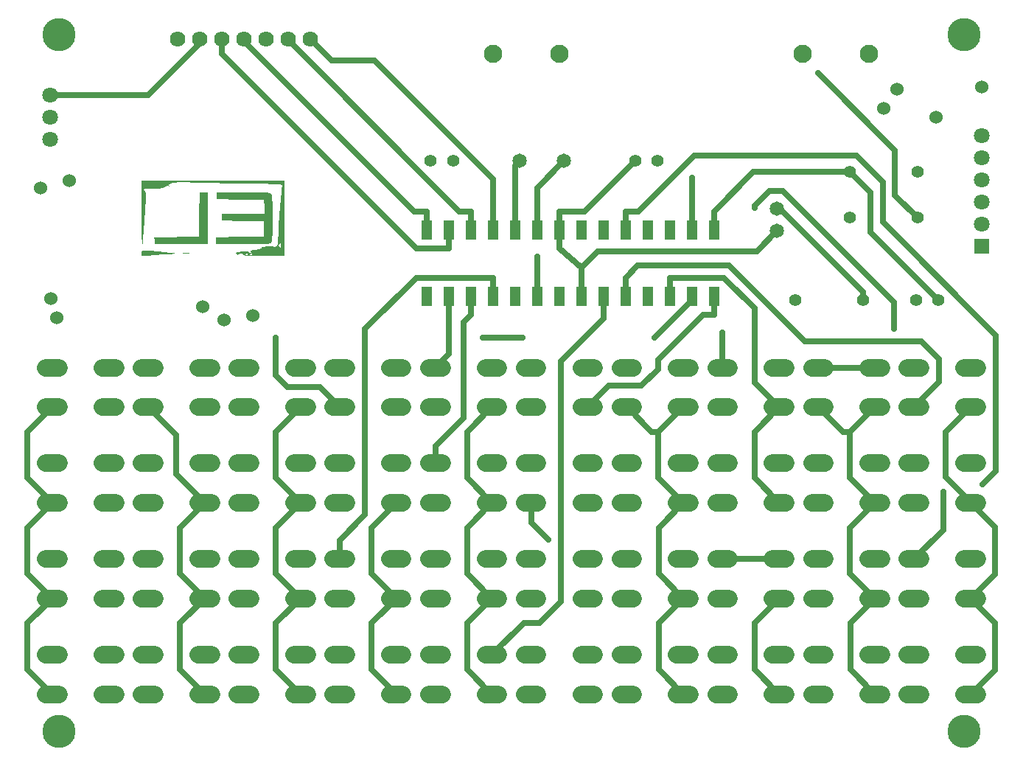
<source format=gbl>
G04 Layer: BottomLayer*
G04 EasyEDA v6.3.53, 2020-06-23T11:31:42+02:00*
G04 9deb55b867614345ac0c6ea2e1a2c697,50b924b206514efda7368a069ed08794,10*
G04 Gerber Generator version 0.2*
G04 Scale: 100 percent, Rotated: No, Reflected: No *
G04 Dimensions in millimeters *
G04 leading zeros omitted , absolute positions ,3 integer and 3 decimal *
%FSLAX33Y33*%
%MOMM*%
G90*
G71D02*

%ADD12C,0.699999*%
%ADD15C,0.610006*%
%ADD16C,3.810000*%
%ADD17C,1.524000*%
%ADD18C,1.780007*%
%ADD19C,1.419860*%
%ADD20C,1.651000*%
%ADD21C,2.100580*%
%ADD22C,1.799996*%
%ADD23R,1.799996X1.799996*%
%ADD24R,1.211580X2.181860*%
%ADD25C,1.999996*%

%LPD*%

%LPD*%
G36*
G01X26599Y65141D02*
G01X22917Y65141D01*
G01X22917Y64331D01*
G01X25617Y64294D01*
G01X28316Y64257D01*
G01X28356Y63476D01*
G01X28397Y62694D01*
G01X23450Y62694D01*
G01X23450Y61885D01*
G01X25884Y61847D01*
G01X28316Y61810D01*
G01X28316Y60044D01*
G01X25550Y60006D01*
G01X22784Y59970D01*
G01X22784Y59160D01*
G01X26690Y59160D01*
G01X26828Y59161D01*
G01X26962Y59161D01*
G01X27089Y59162D01*
G01X27211Y59162D01*
G01X27329Y59163D01*
G01X27441Y59164D01*
G01X27549Y59165D01*
G01X27651Y59166D01*
G01X27749Y59167D01*
G01X27843Y59169D01*
G01X27932Y59170D01*
G01X28017Y59172D01*
G01X28097Y59174D01*
G01X28174Y59176D01*
G01X28246Y59178D01*
G01X28315Y59181D01*
G01X28380Y59184D01*
G01X28441Y59187D01*
G01X28499Y59191D01*
G01X28554Y59194D01*
G01X28605Y59198D01*
G01X28653Y59202D01*
G01X28698Y59206D01*
G01X28741Y59211D01*
G01X28780Y59217D01*
G01X28817Y59222D01*
G01X28851Y59227D01*
G01X28883Y59233D01*
G01X28912Y59240D01*
G01X28939Y59247D01*
G01X28965Y59254D01*
G01X28988Y59261D01*
G01X29009Y59268D01*
G01X29029Y59277D01*
G01X29047Y59285D01*
G01X29063Y59294D01*
G01X29078Y59304D01*
G01X29092Y59314D01*
G01X29105Y59324D01*
G01X29116Y59334D01*
G01X29127Y59346D01*
G01X29137Y59357D01*
G01X29146Y59369D01*
G01X29155Y59382D01*
G01X29163Y59395D01*
G01X29171Y59409D01*
G01X29185Y59437D01*
G01X29191Y59453D01*
G01X29196Y59474D01*
G01X29202Y59497D01*
G01X29208Y59523D01*
G01X29213Y59553D01*
G01X29219Y59585D01*
G01X29224Y59620D01*
G01X29229Y59659D01*
G01X29234Y59700D01*
G01X29238Y59743D01*
G01X29243Y59789D01*
G01X29248Y59837D01*
G01X29256Y59941D01*
G01X29260Y59997D01*
G01X29264Y60055D01*
G01X29268Y60115D01*
G01X29271Y60177D01*
G01X29275Y60240D01*
G01X29278Y60306D01*
G01X29282Y60373D01*
G01X29285Y60442D01*
G01X29287Y60513D01*
G01X29290Y60585D01*
G01X29293Y60659D01*
G01X29295Y60734D01*
G01X29298Y60811D01*
G01X29300Y60888D01*
G01X29302Y60967D01*
G01X29304Y61047D01*
G01X29305Y61128D01*
G01X29307Y61210D01*
G01X29308Y61293D01*
G01X29310Y61377D01*
G01X29311Y61461D01*
G01X29313Y61546D01*
G01X29313Y61631D01*
G01X29314Y61717D01*
G01X29315Y61890D01*
G01X29316Y61977D01*
G01X29316Y62324D01*
G01X29315Y62411D01*
G01X29314Y62584D01*
G01X29313Y62670D01*
G01X29313Y62755D01*
G01X29311Y62840D01*
G01X29310Y62924D01*
G01X29308Y63008D01*
G01X29307Y63091D01*
G01X29305Y63173D01*
G01X29304Y63254D01*
G01X29302Y63333D01*
G01X29300Y63413D01*
G01X29298Y63490D01*
G01X29295Y63567D01*
G01X29293Y63642D01*
G01X29287Y63788D01*
G01X29285Y63859D01*
G01X29282Y63928D01*
G01X29278Y63995D01*
G01X29275Y64061D01*
G01X29271Y64124D01*
G01X29268Y64186D01*
G01X29264Y64246D01*
G01X29260Y64304D01*
G01X29256Y64359D01*
G01X29252Y64412D01*
G01X29248Y64463D01*
G01X29243Y64512D01*
G01X29238Y64558D01*
G01X29234Y64601D01*
G01X29229Y64642D01*
G01X29224Y64680D01*
G01X29219Y64716D01*
G01X29213Y64748D01*
G01X29208Y64778D01*
G01X29202Y64804D01*
G01X29196Y64827D01*
G01X29191Y64848D01*
G01X29185Y64864D01*
G01X29171Y64892D01*
G01X29163Y64906D01*
G01X29155Y64919D01*
G01X29146Y64932D01*
G01X29137Y64943D01*
G01X29127Y64955D01*
G01X29105Y64977D01*
G01X29093Y64987D01*
G01X29079Y64997D01*
G01X29064Y65006D01*
G01X29048Y65015D01*
G01X29030Y65024D01*
G01X29011Y65032D01*
G01X28989Y65040D01*
G01X28967Y65047D01*
G01X28942Y65054D01*
G01X28915Y65061D01*
G01X28886Y65067D01*
G01X28855Y65073D01*
G01X28821Y65079D01*
G01X28785Y65084D01*
G01X28747Y65090D01*
G01X28705Y65094D01*
G01X28661Y65099D01*
G01X28614Y65103D01*
G01X28563Y65106D01*
G01X28510Y65110D01*
G01X28453Y65113D01*
G01X28393Y65116D01*
G01X28329Y65120D01*
G01X28262Y65122D01*
G01X28191Y65125D01*
G01X28116Y65127D01*
G01X28037Y65129D01*
G01X27954Y65131D01*
G01X27867Y65132D01*
G01X27775Y65134D01*
G01X27680Y65135D01*
G01X27579Y65136D01*
G01X27474Y65137D01*
G01X27364Y65138D01*
G01X27250Y65139D01*
G01X27130Y65139D01*
G01X27005Y65140D01*
G01X26740Y65140D01*
G01X26599Y65141D01*
G37*

%LPD*%
G36*
G01X21850Y65141D02*
G01X20923Y65141D01*
G01X20886Y62592D01*
G01X20850Y60044D01*
G01X15700Y59969D01*
G01X15742Y59599D01*
G01X15784Y59228D01*
G01X18817Y59191D01*
G01X21850Y59155D01*
G01X21850Y65141D01*
G37*

%LPD*%
G36*
G01X19471Y58169D02*
G01X19296Y58169D01*
G01X19218Y58168D01*
G01X19148Y58165D01*
G01X19089Y58162D01*
G01X19039Y58158D01*
G01X19001Y58153D01*
G01X18973Y58148D01*
G01X18956Y58142D01*
G01X18952Y58135D01*
G01X18960Y58128D01*
G01X18981Y58120D01*
G01X19015Y58113D01*
G01X19059Y58105D01*
G01X19107Y58099D01*
G01X19160Y58094D01*
G01X19216Y58091D01*
G01X19274Y58089D01*
G01X19334Y58088D01*
G01X19395Y58088D01*
G01X19455Y58090D01*
G01X19515Y58093D01*
G01X19574Y58098D01*
G01X19630Y58104D01*
G01X19682Y58111D01*
G01X19726Y58118D01*
G01X19756Y58126D01*
G01X19772Y58133D01*
G01X19776Y58140D01*
G01X19767Y58146D01*
G01X19746Y58151D01*
G01X19713Y58156D01*
G01X19669Y58160D01*
G01X19613Y58164D01*
G01X19547Y58167D01*
G01X19471Y58169D01*
G37*

%LPD*%
G36*
G01X14683Y58453D02*
G01X14595Y58453D01*
G01X14555Y58451D01*
G01X14519Y58449D01*
G01X14486Y58447D01*
G01X14456Y58443D01*
G01X14428Y58439D01*
G01X14403Y58435D01*
G01X14380Y58429D01*
G01X14360Y58423D01*
G01X14342Y58416D01*
G01X14326Y58408D01*
G01X14311Y58399D01*
G01X14299Y58390D01*
G01X14288Y58379D01*
G01X14280Y58368D01*
G01X14272Y58356D01*
G01X14266Y58344D01*
G01X14261Y58330D01*
G01X14257Y58316D01*
G01X14254Y58301D01*
G01X14252Y58284D01*
G01X14251Y58268D01*
G01X14250Y58249D01*
G01X14249Y58231D01*
G01X14249Y58211D01*
G01X14250Y58190D01*
G01X14250Y58123D01*
G01X14251Y58061D01*
G01X14252Y58007D01*
G01X14256Y57960D01*
G01X14264Y57920D01*
G01X14275Y57887D01*
G01X14293Y57860D01*
G01X14317Y57839D01*
G01X14349Y57823D01*
G01X14390Y57813D01*
G01X14441Y57807D01*
G01X14503Y57805D01*
G01X14577Y57808D01*
G01X14664Y57814D01*
G01X14766Y57823D01*
G01X14883Y57835D01*
G01X15017Y57849D01*
G01X15058Y57853D01*
G01X15102Y57858D01*
G01X15149Y57863D01*
G01X15198Y57867D01*
G01X15250Y57872D01*
G01X15304Y57878D01*
G01X15361Y57883D01*
G01X15420Y57889D01*
G01X15481Y57894D01*
G01X15543Y57900D01*
G01X15673Y57912D01*
G01X15809Y57924D01*
G01X15880Y57930D01*
G01X15950Y57936D01*
G01X16022Y57942D01*
G01X16094Y57949D01*
G01X16242Y57961D01*
G01X16316Y57968D01*
G01X16464Y57980D01*
G01X16539Y57986D01*
G01X16761Y58004D01*
G01X16834Y58010D01*
G01X16906Y58016D01*
G01X17048Y58026D01*
G01X17117Y58032D01*
G01X18450Y58132D01*
G01X16784Y58284D01*
G01X16633Y58298D01*
G01X16489Y58311D01*
G01X16350Y58324D01*
G01X16218Y58336D01*
G01X16091Y58348D01*
G01X15969Y58359D01*
G01X15854Y58369D01*
G01X15743Y58379D01*
G01X15638Y58389D01*
G01X15537Y58397D01*
G01X15442Y58405D01*
G01X15351Y58413D01*
G01X15265Y58419D01*
G01X15184Y58426D01*
G01X15107Y58432D01*
G01X15035Y58436D01*
G01X14966Y58441D01*
G01X14902Y58444D01*
G01X14842Y58447D01*
G01X14785Y58450D01*
G01X14732Y58451D01*
G01X14683Y58453D01*
G37*

%LPD*%
G36*
G01X30650Y66500D02*
G01X14250Y66500D01*
G01X14261Y62592D01*
G01X14262Y62485D01*
G01X14262Y62273D01*
G01X14263Y62169D01*
G01X14263Y61962D01*
G01X14264Y61860D01*
G01X14264Y61760D01*
G01X14265Y61660D01*
G01X14266Y61561D01*
G01X14266Y61463D01*
G01X14267Y61367D01*
G01X14267Y61272D01*
G01X14268Y61178D01*
G01X14269Y61085D01*
G01X14270Y60994D01*
G01X14270Y60904D01*
G01X14271Y60815D01*
G01X14272Y60728D01*
G01X14273Y60642D01*
G01X14274Y60558D01*
G01X14274Y60475D01*
G01X14275Y60394D01*
G01X14276Y60314D01*
G01X14277Y60236D01*
G01X14278Y60160D01*
G01X14279Y60085D01*
G01X14281Y59941D01*
G01X14282Y59872D01*
G01X14283Y59804D01*
G01X14284Y59739D01*
G01X14285Y59675D01*
G01X14286Y59614D01*
G01X14287Y59554D01*
G01X14288Y59496D01*
G01X14290Y59441D01*
G01X14291Y59387D01*
G01X14292Y59336D01*
G01X14293Y59287D01*
G01X14295Y59240D01*
G01X14296Y59196D01*
G01X14297Y59153D01*
G01X14298Y59113D01*
G01X14299Y59075D01*
G01X14300Y59040D01*
G01X14302Y59007D01*
G01X14303Y58977D01*
G01X14304Y58949D01*
G01X14305Y58924D01*
G01X14307Y58902D01*
G01X14308Y58881D01*
G01X14309Y58864D01*
G01X14310Y58849D01*
G01X14312Y58838D01*
G01X14313Y58828D01*
G01X14314Y58822D01*
G01X14315Y58818D01*
G01X14317Y58818D01*
G01X14318Y58820D01*
G01X14319Y58825D01*
G01X14323Y58843D01*
G01X14326Y58855D01*
G01X14328Y58869D01*
G01X14330Y58885D01*
G01X14332Y58903D01*
G01X14335Y58922D01*
G01X14338Y58944D01*
G01X14340Y58968D01*
G01X14343Y58994D01*
G01X14346Y59021D01*
G01X14349Y59050D01*
G01X14352Y59081D01*
G01X14356Y59113D01*
G01X14360Y59148D01*
G01X14363Y59184D01*
G01X14367Y59222D01*
G01X14370Y59261D01*
G01X14374Y59302D01*
G01X14378Y59345D01*
G01X14382Y59389D01*
G01X14386Y59434D01*
G01X14391Y59482D01*
G01X14395Y59530D01*
G01X14399Y59580D01*
G01X14404Y59632D01*
G01X14408Y59685D01*
G01X14413Y59739D01*
G01X14418Y59795D01*
G01X14423Y59852D01*
G01X14428Y59910D01*
G01X14432Y59969D01*
G01X14437Y60030D01*
G01X14442Y60092D01*
G01X14447Y60155D01*
G01X14453Y60219D01*
G01X14463Y60351D01*
G01X14469Y60418D01*
G01X14474Y60487D01*
G01X14479Y60557D01*
G01X14485Y60627D01*
G01X14491Y60699D01*
G01X14496Y60772D01*
G01X14502Y60845D01*
G01X14507Y60919D01*
G01X14513Y60994D01*
G01X14525Y61146D01*
G01X14531Y61224D01*
G01X14536Y61302D01*
G01X14542Y61381D01*
G01X14549Y61461D01*
G01X14554Y61541D01*
G01X14560Y61622D01*
G01X14572Y61785D01*
G01X14578Y61868D01*
G01X14590Y62035D01*
G01X14602Y62204D01*
G01X14608Y62288D01*
G01X14615Y62374D01*
G01X14621Y62460D01*
G01X14626Y62546D01*
G01X14638Y62719D01*
G01X14651Y62892D01*
G01X14657Y62980D01*
G01X14662Y63067D01*
G01X14675Y63243D01*
G01X14681Y63330D01*
G01X14686Y63418D01*
G01X14704Y63682D01*
G01X14715Y63858D01*
G01X14721Y63945D01*
G01X14727Y64033D01*
G01X14734Y64149D01*
G01X14741Y64258D01*
G01X14746Y64360D01*
G01X14750Y64454D01*
G01X14754Y64542D01*
G01X14756Y64623D01*
G01X14757Y64698D01*
G01X14757Y64767D01*
G01X14756Y64831D01*
G01X14754Y64889D01*
G01X14750Y64943D01*
G01X14746Y64992D01*
G01X14740Y65037D01*
G01X14732Y65077D01*
G01X14723Y65115D01*
G01X14713Y65148D01*
G01X14701Y65179D01*
G01X14688Y65207D01*
G01X14673Y65233D01*
G01X14656Y65256D01*
G01X14638Y65278D01*
G01X14619Y65298D01*
G01X14597Y65317D01*
G01X14574Y65335D01*
G01X14532Y65369D01*
G01X14500Y65398D01*
G01X14481Y65424D01*
G01X14476Y65446D01*
G01X14484Y65465D01*
G01X14507Y65481D01*
G01X14545Y65495D01*
G01X14600Y65508D01*
G01X14672Y65519D01*
G01X14762Y65529D01*
G01X14871Y65539D01*
G01X15000Y65548D01*
G01X15055Y65551D01*
G01X15111Y65555D01*
G01X15170Y65558D01*
G01X15231Y65561D01*
G01X15292Y65563D01*
G01X15355Y65566D01*
G01X15418Y65568D01*
G01X15545Y65572D01*
G01X15609Y65574D01*
G01X15733Y65576D01*
G01X15794Y65577D01*
G01X15965Y65577D01*
G01X16018Y65576D01*
G01X16068Y65576D01*
G01X16115Y65574D01*
G01X16159Y65573D01*
G01X16231Y65572D01*
G01X16304Y65575D01*
G01X16380Y65581D01*
G01X16456Y65591D01*
G01X16532Y65604D01*
G01X16606Y65619D01*
G01X16679Y65637D01*
G01X16748Y65657D01*
G01X16812Y65679D01*
G01X16871Y65703D01*
G01X16924Y65729D01*
G01X16970Y65756D01*
G01X17032Y65794D01*
G01X17096Y65826D01*
G01X17157Y65851D01*
G01X17216Y65868D01*
G01X17269Y65878D01*
G01X17316Y65879D01*
G01X17354Y65872D01*
G01X17382Y65855D01*
G01X17418Y65829D01*
G01X17432Y65833D01*
G01X17425Y65865D01*
G01X17397Y65923D01*
G01X17371Y65993D01*
G01X17381Y66047D01*
G01X17423Y66081D01*
G01X17498Y66093D01*
G01X17578Y66102D01*
G01X17650Y66128D01*
G01X17706Y66167D01*
G01X17739Y66214D01*
G01X17742Y66217D01*
G01X17746Y66220D01*
G01X17754Y66224D01*
G01X17763Y66226D01*
G01X17774Y66229D01*
G01X17788Y66233D01*
G01X17804Y66235D01*
G01X17822Y66238D01*
G01X17842Y66240D01*
G01X17865Y66243D01*
G01X17889Y66245D01*
G01X17916Y66247D01*
G01X17945Y66249D01*
G01X17975Y66251D01*
G01X18008Y66253D01*
G01X18043Y66255D01*
G01X18080Y66256D01*
G01X18118Y66258D01*
G01X18159Y66259D01*
G01X18202Y66261D01*
G01X18246Y66262D01*
G01X18293Y66263D01*
G01X18341Y66265D01*
G01X18391Y66265D01*
G01X18443Y66266D01*
G01X18497Y66267D01*
G01X18552Y66268D01*
G01X18609Y66268D01*
G01X18668Y66269D01*
G01X18791Y66269D01*
G01X18855Y66270D01*
G01X18988Y66270D01*
G01X19057Y66269D01*
G01X19199Y66269D01*
G01X19273Y66268D01*
G01X19348Y66268D01*
G01X19424Y66267D01*
G01X19503Y66267D01*
G01X19582Y66266D01*
G01X19663Y66265D01*
G01X19745Y66264D01*
G01X19829Y66263D01*
G01X19914Y66261D01*
G01X20000Y66259D01*
G01X20087Y66258D01*
G01X20176Y66256D01*
G01X20267Y66255D01*
G01X20358Y66253D01*
G01X20450Y66251D01*
G01X20544Y66249D01*
G01X20639Y66247D01*
G01X20735Y66245D01*
G01X20833Y66243D01*
G01X20932Y66241D01*
G01X21031Y66238D01*
G01X21132Y66236D01*
G01X21233Y66233D01*
G01X21336Y66230D01*
G01X21440Y66227D01*
G01X21650Y66221D01*
G01X21778Y66217D01*
G01X21908Y66213D01*
G01X21974Y66212D01*
G01X22040Y66210D01*
G01X22107Y66208D01*
G01X22173Y66206D01*
G01X22307Y66202D01*
G01X22375Y66201D01*
G01X22442Y66198D01*
G01X22510Y66197D01*
G01X22648Y66193D01*
G01X22716Y66191D01*
G01X22785Y66190D01*
G01X22854Y66188D01*
G01X22994Y66184D01*
G01X23063Y66183D01*
G01X23133Y66181D01*
G01X23273Y66178D01*
G01X23344Y66176D01*
G01X23414Y66174D01*
G01X23555Y66171D01*
G01X23625Y66169D01*
G01X23978Y66161D01*
G01X24049Y66159D01*
G01X24260Y66155D01*
G01X24401Y66152D01*
G01X24471Y66151D01*
G01X24541Y66149D01*
G01X24611Y66148D01*
G01X24820Y66143D01*
G01X24889Y66142D01*
G01X25027Y66139D01*
G01X25096Y66138D01*
G01X25232Y66136D01*
G01X25300Y66134D01*
G01X25367Y66133D01*
G01X25435Y66131D01*
G01X25569Y66129D01*
G01X25767Y66126D01*
G01X25832Y66124D01*
G01X25897Y66123D01*
G01X26089Y66120D01*
G01X26278Y66117D01*
G01X26339Y66116D01*
G01X26401Y66116D01*
G01X26462Y66115D01*
G01X26582Y66113D01*
G01X26700Y66111D01*
G01X26758Y66111D01*
G01X26816Y66110D01*
G01X26873Y66109D01*
G01X26929Y66108D01*
G01X26985Y66108D01*
G01X27095Y66106D01*
G01X27148Y66106D01*
G01X27202Y66105D01*
G01X27254Y66105D01*
G01X27306Y66104D01*
G01X27357Y66103D01*
G01X27407Y66103D01*
G01X27457Y66102D01*
G01X27554Y66102D01*
G01X27601Y66101D01*
G01X27694Y66101D01*
G01X27738Y66100D01*
G01X27868Y66100D01*
G01X27909Y66099D01*
G01X28096Y66099D01*
G01X28237Y66098D01*
G01X28372Y66098D01*
G01X28501Y66097D01*
G01X28625Y66096D01*
G01X28744Y66095D01*
G01X28858Y66093D01*
G01X28966Y66092D01*
G01X29070Y66090D01*
G01X29169Y66088D01*
G01X29263Y66086D01*
G01X29352Y66084D01*
G01X29437Y66082D01*
G01X29517Y66079D01*
G01X29593Y66076D01*
G01X29665Y66073D01*
G01X29733Y66069D01*
G01X29796Y66065D01*
G01X29856Y66061D01*
G01X29912Y66057D01*
G01X29964Y66053D01*
G01X30013Y66048D01*
G01X30058Y66043D01*
G01X30099Y66037D01*
G01X30138Y66032D01*
G01X30173Y66026D01*
G01X30204Y66020D01*
G01X30233Y66013D01*
G01X30259Y66006D01*
G01X30282Y65998D01*
G01X30303Y65991D01*
G01X30321Y65983D01*
G01X30336Y65974D01*
G01X30349Y65965D01*
G01X30360Y65956D01*
G01X30369Y65946D01*
G01X30375Y65936D01*
G01X30380Y65926D01*
G01X30382Y65915D01*
G01X30383Y65903D01*
G01X30383Y65891D01*
G01X30382Y65874D01*
G01X30381Y65853D01*
G01X30379Y65827D01*
G01X30377Y65797D01*
G01X30374Y65762D01*
G01X30371Y65724D01*
G01X30368Y65681D01*
G01X30364Y65635D01*
G01X30360Y65585D01*
G01X30355Y65531D01*
G01X30350Y65475D01*
G01X30345Y65415D01*
G01X30339Y65352D01*
G01X30333Y65285D01*
G01X30327Y65216D01*
G01X30320Y65144D01*
G01X30313Y65070D01*
G01X30305Y64993D01*
G01X30298Y64914D01*
G01X30290Y64832D01*
G01X30282Y64749D01*
G01X30274Y64664D01*
G01X30256Y64488D01*
G01X30238Y64306D01*
G01X30229Y64212D01*
G01X30219Y64118D01*
G01X30210Y64023D01*
G01X30190Y63830D01*
G01X30184Y63770D01*
G01X30178Y63709D01*
G01X30166Y63585D01*
G01X30148Y63393D01*
G01X30136Y63263D01*
G01X30124Y63131D01*
G01X30119Y63064D01*
G01X30107Y62930D01*
G01X30101Y62862D01*
G01X30096Y62795D01*
G01X30091Y62727D01*
G01X30080Y62592D01*
G01X30075Y62524D01*
G01X30059Y62321D01*
G01X30054Y62254D01*
G01X30050Y62187D01*
G01X30045Y62120D01*
G01X30040Y62054D01*
G01X30035Y61989D01*
G01X30031Y61923D01*
G01X30027Y61858D01*
G01X30019Y61730D01*
G01X30015Y61667D01*
G01X30007Y61543D01*
G01X30003Y61482D01*
G01X30000Y61422D01*
G01X29996Y61363D01*
G01X29993Y61305D01*
G01X29990Y61248D01*
G01X29987Y61192D01*
G01X29985Y61137D01*
G01X29982Y61082D01*
G01X29980Y61030D01*
G01X29977Y60978D01*
G01X29975Y60928D01*
G01X29973Y60879D01*
G01X29971Y60831D01*
G01X29969Y60785D01*
G01X29968Y60740D01*
G01X29967Y60697D01*
G01X29965Y60655D01*
G01X29962Y60518D01*
G01X29959Y60388D01*
G01X29955Y60266D01*
G01X29952Y60150D01*
G01X29948Y60040D01*
G01X29944Y59937D01*
G01X29939Y59840D01*
G01X29935Y59749D01*
G01X29930Y59665D01*
G01X29925Y59585D01*
G01X29919Y59511D01*
G01X29912Y59443D01*
G01X29906Y59379D01*
G01X29898Y59321D01*
G01X29890Y59267D01*
G01X29881Y59218D01*
G01X29871Y59172D01*
G01X29861Y59132D01*
G01X29850Y59095D01*
G01X29837Y59062D01*
G01X29824Y59032D01*
G01X29809Y59006D01*
G01X29793Y58983D01*
G01X29776Y58964D01*
G01X29759Y58946D01*
G01X29739Y58932D01*
G01X29719Y58920D01*
G01X29697Y58911D01*
G01X29674Y58903D01*
G01X29649Y58898D01*
G01X29622Y58894D01*
G01X29594Y58891D01*
G01X29565Y58890D01*
G01X29534Y58891D01*
G01X29501Y58892D01*
G01X29465Y58894D01*
G01X29367Y58900D01*
G01X29270Y58905D01*
G01X29175Y58908D01*
G01X29081Y58910D01*
G01X28989Y58912D01*
G01X28901Y58912D01*
G01X28814Y58911D01*
G01X28730Y58909D01*
G01X28650Y58906D01*
G01X28573Y58902D01*
G01X28501Y58897D01*
G01X28432Y58891D01*
G01X28368Y58885D01*
G01X28308Y58878D01*
G01X28254Y58869D01*
G01X28205Y58860D01*
G01X28162Y58850D01*
G01X28125Y58840D01*
G01X28094Y58828D01*
G01X28069Y58816D01*
G01X28052Y58804D01*
G01X28042Y58790D01*
G01X28039Y58777D01*
G01X28044Y58762D01*
G01X28047Y58744D01*
G01X28037Y58725D01*
G01X28014Y58705D01*
G01X27980Y58686D01*
G01X27934Y58665D01*
G01X27878Y58645D01*
G01X27812Y58625D01*
G01X27738Y58606D01*
G01X27656Y58588D01*
G01X27567Y58570D01*
G01X27472Y58555D01*
G01X27371Y58541D01*
G01X27254Y58525D01*
G01X27149Y58508D01*
G01X27058Y58492D01*
G01X26978Y58475D01*
G01X26911Y58458D01*
G01X26857Y58440D01*
G01X26816Y58422D01*
G01X26788Y58404D01*
G01X26772Y58385D01*
G01X26769Y58367D01*
G01X26780Y58348D01*
G01X26803Y58329D01*
G01X26879Y58272D01*
G01X26897Y58236D01*
G01X26854Y58217D01*
G01X26750Y58210D01*
G01X26659Y58218D01*
G01X26585Y58242D01*
G01X26535Y58277D01*
G01X26517Y58320D01*
G01X26512Y58336D01*
G01X26501Y58349D01*
G01X26482Y58361D01*
G01X26457Y58370D01*
G01X26425Y58377D01*
G01X26386Y58382D01*
G01X26341Y58386D01*
G01X26290Y58387D01*
G01X26234Y58387D01*
G01X26173Y58385D01*
G01X26106Y58380D01*
G01X26035Y58375D01*
G01X25959Y58367D01*
G01X25879Y58357D01*
G01X25796Y58345D01*
G01X25709Y58332D01*
G01X25618Y58317D01*
G01X25525Y58300D01*
G01X25429Y58282D01*
G01X25331Y58262D01*
G01X25252Y58242D01*
G01X25191Y58222D01*
G01X25146Y58200D01*
G01X25117Y58175D01*
G01X25104Y58147D01*
G01X25107Y58116D01*
G01X25126Y58082D01*
G01X25158Y58043D01*
G01X25198Y58008D01*
G01X25236Y57982D01*
G01X25275Y57967D01*
G01X25315Y57963D01*
G01X25355Y57970D01*
G01X25398Y57987D01*
G01X25444Y58014D01*
G01X25493Y58052D01*
G01X25545Y58092D01*
G01X25592Y58120D01*
G01X25636Y58134D01*
G01X25677Y58136D01*
G01X25717Y58123D01*
G01X25759Y58098D01*
G01X25802Y58059D01*
G01X25848Y58006D01*
G01X25860Y57994D01*
G01X25871Y57982D01*
G01X25885Y57970D01*
G01X25900Y57959D01*
G01X25917Y57949D01*
G01X25935Y57938D01*
G01X25955Y57929D01*
G01X25977Y57920D01*
G01X26001Y57911D01*
G01X26027Y57902D01*
G01X26055Y57895D01*
G01X26086Y57887D01*
G01X26119Y57880D01*
G01X26154Y57873D01*
G01X26193Y57867D01*
G01X26234Y57861D01*
G01X26278Y57855D01*
G01X26324Y57850D01*
G01X26375Y57844D01*
G01X26428Y57840D01*
G01X26485Y57835D01*
G01X26544Y57831D01*
G01X26608Y57828D01*
G01X26675Y57824D01*
G01X26746Y57821D01*
G01X26821Y57818D01*
G01X26899Y57815D01*
G01X26982Y57813D01*
G01X27069Y57811D01*
G01X27160Y57809D01*
G01X27256Y57807D01*
G01X27356Y57806D01*
G01X27461Y57804D01*
G01X27570Y57803D01*
G01X27684Y57802D01*
G01X27804Y57802D01*
G01X27928Y57801D01*
G01X28192Y57801D01*
G01X28333Y57800D01*
G01X30650Y57800D01*
G01X30650Y66500D01*
G37*

%LPC*%
G36*
G01X26954Y58052D02*
G01X26861Y58061D01*
G01X26768Y58059D01*
G01X26704Y58045D01*
G01X26675Y58021D01*
G01X26686Y57990D01*
G01X26731Y57964D01*
G01X26794Y57953D01*
G01X26868Y57958D01*
G01X26942Y57980D01*
G01X26996Y58010D01*
G01X27000Y58034D01*
G01X26954Y58052D01*
G37*
G36*
G01X26421Y58052D02*
G01X26328Y58061D01*
G01X26235Y58059D01*
G01X26171Y58045D01*
G01X26142Y58021D01*
G01X26153Y57990D01*
G01X26198Y57964D01*
G01X26261Y57953D01*
G01X26334Y57958D01*
G01X26408Y57980D01*
G01X26462Y58010D01*
G01X26466Y58034D01*
G01X26421Y58052D01*
G37*
G36*
G01X30216Y59248D02*
G01X30195Y59258D01*
G01X30167Y59251D01*
G01X30132Y59227D01*
G01X30090Y59187D01*
G01X30049Y59142D01*
G01X30020Y59100D01*
G01X30002Y59062D01*
G01X29996Y59024D01*
G01X30002Y58986D01*
G01X30020Y58947D01*
G01X30049Y58906D01*
G01X30090Y58860D01*
G01X30132Y58821D01*
G01X30167Y58797D01*
G01X30195Y58790D01*
G01X30216Y58799D01*
G01X30232Y58827D01*
G01X30242Y58874D01*
G01X30248Y58939D01*
G01X30250Y59024D01*
G01X30248Y59109D01*
G01X30242Y59174D01*
G01X30232Y59221D01*
G01X30216Y59248D01*
G37*

%LPD*%
G54D12*
G01X64769Y56487D02*
G01X62229Y58667D01*
G01X62229Y60810D02*
G01X62229Y58667D01*
G01X110817Y31578D02*
G01X112393Y33154D01*
G01X112393Y48732D01*
G01X99394Y61730D01*
G01X99394Y66296D01*
G01X96329Y69361D01*
G01X77709Y69361D01*
G01X71302Y62954D01*
G01X69849Y62954D01*
G01X54609Y60810D02*
G01X54609Y66681D01*
G01X40990Y80301D01*
G01X36069Y80301D01*
G01X33619Y82750D01*
G01X52069Y62954D02*
G01X50763Y62954D01*
G01X31079Y82638D01*
G01X31079Y82750D01*
G01X105790Y52750D02*
G01X97980Y60560D01*
G01X97980Y65148D01*
G01X95628Y67500D01*
G01X73150Y48450D02*
G01X77469Y52770D01*
G01X77469Y53190D01*
G01X58050Y48450D02*
G01X53492Y48450D01*
G01X53462Y48420D01*
G01X3997Y29489D02*
G01X1136Y32350D01*
G01X1136Y37628D01*
G01X3998Y40490D01*
G01X3997Y18493D02*
G01X1136Y21354D01*
G01X1136Y26628D01*
G01X3997Y29489D01*
G01X3997Y18493D02*
G01X1137Y15633D01*
G01X1137Y10352D01*
G01X3998Y7490D01*
G01X102998Y40490D02*
G01X105858Y43350D01*
G01X105858Y45999D01*
G01X103816Y48042D01*
G01X90441Y48042D01*
G01X81746Y56737D01*
G01X71253Y56737D01*
G01X69849Y55334D01*
G01X109501Y40490D02*
G01X106641Y37631D01*
G01X106641Y32434D01*
G01X109501Y29574D01*
G01X109501Y29491D01*
G01X69849Y53190D02*
G01X69849Y55334D01*
G01X109501Y29491D02*
G01X112303Y26690D01*
G01X112303Y21292D01*
G01X109501Y18490D01*
G01X109501Y7490D02*
G01X112307Y10296D01*
G01X112307Y15684D01*
G01X109501Y18490D01*
G01X59689Y60810D02*
G01X59689Y65650D01*
G01X62789Y68750D01*
G01X57149Y60810D02*
G01X57149Y68190D01*
G01X57709Y68750D01*
G01X77469Y60810D02*
G01X77469Y66842D01*
G01X54609Y53190D02*
G01X54609Y55334D01*
G01X54609Y55334D02*
G01X45833Y55334D01*
G01X39936Y49437D01*
G01X39936Y28138D01*
G01X36997Y25199D01*
G01X36997Y23012D01*
G01X87249Y60730D02*
G01X84903Y58384D01*
G01X66667Y58384D01*
G01X64769Y56487D01*
G01X62229Y60810D02*
G01X62229Y62954D01*
G01X62229Y62954D02*
G01X65162Y62954D01*
G01X70959Y68750D01*
G01X64769Y53190D02*
G01X64769Y55334D01*
G01X49529Y60810D02*
G01X49529Y58667D01*
G01X49529Y58667D02*
G01X45801Y58667D01*
G01X23459Y81009D01*
G01X23459Y82750D01*
G01X87249Y63270D02*
G01X87527Y63270D01*
G01X97120Y53677D01*
G01X97120Y52750D01*
G01X69849Y60810D02*
G01X69849Y62954D01*
G01X102998Y23011D02*
G01X106327Y26340D01*
G01X106327Y30764D01*
G01X80997Y23012D02*
G01X87500Y23012D01*
G01X95634Y37623D02*
G01X98501Y40490D01*
G01X98501Y29489D02*
G01X95634Y32355D01*
G01X95634Y37623D01*
G01X95634Y37623D02*
G01X94865Y37623D01*
G01X91998Y40490D01*
G01X21501Y29489D02*
G01X18249Y32740D01*
G01X18249Y37239D01*
G01X14998Y40490D01*
G01X21501Y18491D02*
G01X18638Y21353D01*
G01X18638Y26627D01*
G01X21501Y29489D01*
G01X98501Y18491D02*
G01X95639Y21353D01*
G01X95639Y26627D01*
G01X98501Y29489D01*
G01X98501Y7490D02*
G01X95656Y10335D01*
G01X95656Y15646D01*
G01X98501Y18491D01*
G01X21501Y7490D02*
G01X18656Y10335D01*
G01X18656Y15646D01*
G01X21501Y18491D01*
G01X36997Y40490D02*
G01X34736Y42750D01*
G01X31001Y42750D01*
G01X29644Y44107D01*
G01X29644Y48420D01*
G01X73635Y37623D02*
G01X76502Y40490D01*
G01X73635Y37623D02*
G01X72866Y37623D01*
G01X69999Y40490D01*
G01X76502Y29489D02*
G01X73635Y32355D01*
G01X73635Y37623D01*
G01X43499Y18491D02*
G01X40637Y21353D01*
G01X40637Y26627D01*
G01X43499Y29489D01*
G01X76502Y18491D02*
G01X73640Y21353D01*
G01X73640Y26627D01*
G01X76502Y29489D01*
G01X76502Y7490D02*
G01X73657Y10335D01*
G01X73657Y15646D01*
G01X76502Y18491D01*
G01X43499Y7490D02*
G01X40655Y10335D01*
G01X40655Y15646D01*
G01X43499Y18491D01*
G01X80009Y53190D02*
G01X80009Y51047D01*
G01X65501Y40490D02*
G01X67938Y42927D01*
G01X71676Y42927D01*
G01X73569Y44819D01*
G01X73569Y45866D01*
G01X78750Y51047D01*
G01X80009Y51047D01*
G01X54500Y29489D02*
G01X51634Y32355D01*
G01X51634Y37623D01*
G01X54500Y40490D01*
G01X54500Y18491D02*
G01X51638Y21353D01*
G01X51638Y26627D01*
G01X54500Y29489D01*
G01X61003Y25221D02*
G01X58999Y27225D01*
G01X58999Y29489D01*
G01X54500Y7490D02*
G01X51655Y10335D01*
G01X51655Y15646D01*
G01X54500Y18491D01*
G01X80997Y45011D02*
G01X80997Y49056D01*
G01X98501Y45011D02*
G01X91998Y45011D01*
G01X59689Y53190D02*
G01X59689Y57764D01*
G01X74929Y53190D02*
G01X74929Y55334D01*
G01X74929Y55334D02*
G01X81155Y55334D01*
G01X84698Y51791D01*
G01X84698Y43292D01*
G01X87500Y40490D01*
G01X32501Y29489D02*
G01X29635Y32355D01*
G01X29635Y37624D01*
G01X32501Y40490D01*
G01X32501Y18491D02*
G01X29639Y21353D01*
G01X29639Y26627D01*
G01X32501Y29489D01*
G01X87500Y29489D02*
G01X84655Y32334D01*
G01X84655Y37645D01*
G01X87500Y40490D01*
G01X32501Y7490D02*
G01X29656Y10335D01*
G01X29656Y15646D01*
G01X32501Y18491D01*
G01X87500Y7490D02*
G01X84655Y10335D01*
G01X84655Y15646D01*
G01X87500Y18491D01*
G01X47998Y45011D02*
G01X49529Y46542D01*
G01X49529Y53190D01*
G01X67309Y53190D02*
G01X67309Y50602D01*
G01X62406Y45699D01*
G01X62406Y18140D01*
G01X59966Y15700D01*
G01X58189Y15700D01*
G01X54500Y12011D01*
G01X52069Y53190D02*
G01X52069Y51047D01*
G01X47998Y34010D02*
G01X47998Y35971D01*
G01X51249Y39223D01*
G01X51249Y50227D01*
G01X52069Y51047D01*
G01X52069Y60810D02*
G01X52069Y62954D01*
G01X46989Y60810D02*
G01X46989Y62954D01*
G01X46989Y62954D02*
G01X45564Y62954D01*
G01X25999Y82518D01*
G01X25999Y82750D01*
G01X80009Y60810D02*
G01X80009Y62954D01*
G01X80009Y62954D02*
G01X84556Y67500D01*
G01X95628Y67500D01*
G01X91926Y78823D02*
G01X100797Y69952D01*
G01X100797Y64823D01*
G01X103370Y62250D01*
G01X100696Y49444D02*
G01X100696Y52485D01*
G01X87897Y65285D01*
G01X86381Y65285D01*
G01X84696Y63601D01*
G01X84696Y63360D01*
G01X64769Y56487D02*
G01X64769Y55334D01*
G01X20919Y82211D02*
G01X14999Y76290D01*
G01X3750Y76290D01*
G54D16*
G01X4749Y83250D03*
G01X108749Y83250D03*
G01X4749Y3250D03*
G01X108749Y3250D03*
G54D17*
G01X2649Y65650D03*
G01X5949Y66450D03*
G01X21250Y52000D03*
G01X23749Y50501D03*
G01X4500Y50750D03*
G01X3850Y52950D03*
G01X26999Y51000D03*
G01X100999Y77000D03*
G01X99499Y74750D03*
G01X105499Y73750D03*
G01X110749Y77250D03*
G54D18*
G01X18410Y82710D03*
G01X20950Y82710D03*
G01X23490Y82710D03*
G01X26030Y82710D03*
G01X28570Y82710D03*
G01X31110Y82710D03*
G01X33650Y82710D03*
G54D19*
G01X89378Y52750D03*
G01X97120Y52750D03*
G54D20*
G01X57709Y68750D03*
G01X62789Y68750D03*
G54D19*
G01X95628Y67500D03*
G01X103370Y67500D03*
G01X95628Y62250D03*
G01X103370Y62250D03*
G54D21*
G01X62279Y81000D03*
G01X54659Y81000D03*
G01X90219Y81000D03*
G01X97839Y81000D03*
G54D22*
G01X110749Y71600D03*
G01X110749Y69060D03*
G01X110749Y66520D03*
G01X110749Y63980D03*
G01X110749Y61440D03*
G54D23*
G01X110749Y58900D03*
G54D20*
G01X87249Y63270D03*
G01X87249Y60730D03*
G54D19*
G01X70959Y68750D03*
G01X73540Y68750D03*
G01X47459Y68750D03*
G01X50040Y68750D03*
G01X103209Y52750D03*
G01X105790Y52750D03*
G54D24*
G01X80009Y60810D03*
G01X77469Y60810D03*
G01X64769Y60810D03*
G01X62229Y60810D03*
G01X74929Y60810D03*
G01X72389Y60810D03*
G01X67309Y60810D03*
G01X69849Y60810D03*
G01X59689Y60810D03*
G01X57149Y60810D03*
G01X54609Y60810D03*
G01X52069Y60810D03*
G01X49529Y60810D03*
G01X46989Y60810D03*
G01X46989Y53190D03*
G01X49529Y53190D03*
G01X52069Y53190D03*
G01X54609Y53190D03*
G01X57149Y53190D03*
G01X59689Y53190D03*
G01X62229Y53190D03*
G01X64769Y53190D03*
G01X67309Y53190D03*
G01X69849Y53190D03*
G01X72389Y53190D03*
G01X74929Y53190D03*
G01X77469Y53190D03*
G01X80009Y53190D03*
G54D22*
G01X3749Y71210D03*
G01X3749Y73750D03*
G01X3749Y76290D03*
G54D15*
G01X100696Y49444D03*
G01X84696Y63360D03*
G01X91926Y78823D03*
G01X59689Y57764D03*
G01X80997Y49056D03*
G01X61003Y25221D03*
G01X29644Y48420D03*
G01X53462Y48420D03*
G01X58050Y48450D03*
G01X73150Y48450D03*
G01X106327Y30764D03*
G01X110817Y31578D03*
G01X77469Y66842D03*
G54D25*
G01X3248Y45011D02*
G01X4748Y45011D01*
G01X3248Y40490D02*
G01X4748Y40490D01*
G01X9751Y45011D02*
G01X11251Y45011D01*
G01X9751Y40490D02*
G01X11251Y40490D01*
G01X14248Y45011D02*
G01X15748Y45011D01*
G01X14248Y40490D02*
G01X15748Y40490D01*
G01X20751Y45011D02*
G01X22251Y45011D01*
G01X20751Y40490D02*
G01X22251Y40490D01*
G01X25248Y45011D02*
G01X26748Y45011D01*
G01X25248Y40490D02*
G01X26748Y40490D01*
G01X31751Y45011D02*
G01X33251Y45011D01*
G01X31751Y40490D02*
G01X33251Y40490D01*
G01X36247Y45011D02*
G01X37747Y45011D01*
G01X36247Y40490D02*
G01X37747Y40490D01*
G01X42749Y45011D02*
G01X44250Y45011D01*
G01X42749Y40490D02*
G01X44250Y40490D01*
G01X47248Y45011D02*
G01X48748Y45011D01*
G01X47248Y40490D02*
G01X48748Y40490D01*
G01X53750Y45011D02*
G01X55250Y45011D01*
G01X53750Y40490D02*
G01X55250Y40490D01*
G01X58248Y45011D02*
G01X59749Y45011D01*
G01X58248Y40490D02*
G01X59749Y40490D01*
G01X64751Y45011D02*
G01X66251Y45011D01*
G01X64751Y40490D02*
G01X66251Y40490D01*
G01X69249Y45011D02*
G01X70749Y45011D01*
G01X69249Y40490D02*
G01X70749Y40490D01*
G01X75752Y45011D02*
G01X77252Y45011D01*
G01X75752Y40490D02*
G01X77252Y40490D01*
G01X80247Y45011D02*
G01X81748Y45011D01*
G01X80247Y40490D02*
G01X81748Y40490D01*
G01X86750Y45011D02*
G01X88250Y45011D01*
G01X86750Y40490D02*
G01X88250Y40490D01*
G01X91248Y45011D02*
G01X92748Y45011D01*
G01X91248Y40490D02*
G01X92748Y40490D01*
G01X97751Y45011D02*
G01X99251Y45011D01*
G01X97751Y40490D02*
G01X99251Y40490D01*
G01X3247Y34010D02*
G01X4747Y34010D01*
G01X3247Y29489D02*
G01X4747Y29489D01*
G01X9750Y34010D02*
G01X11250Y34010D01*
G01X9750Y29489D02*
G01X11250Y29489D01*
G01X102248Y23011D02*
G01X103748Y23011D01*
G01X102248Y18490D02*
G01X103748Y18490D01*
G01X108751Y23011D02*
G01X110251Y23011D01*
G01X108751Y18490D02*
G01X110251Y18490D01*
G01X14248Y34010D02*
G01X15748Y34010D01*
G01X14248Y29489D02*
G01X15748Y29489D01*
G01X20750Y34010D02*
G01X22251Y34010D01*
G01X20750Y29489D02*
G01X22251Y29489D01*
G01X25249Y34010D02*
G01X26749Y34010D01*
G01X25249Y29489D02*
G01X26749Y29489D01*
G01X31751Y34010D02*
G01X33251Y34010D01*
G01X31751Y29489D02*
G01X33251Y29489D01*
G01X36247Y34010D02*
G01X37747Y34010D01*
G01X36247Y29489D02*
G01X37747Y29489D01*
G01X42749Y34010D02*
G01X44250Y34010D01*
G01X42749Y29489D02*
G01X44250Y29489D01*
G01X47248Y34010D02*
G01X48748Y34010D01*
G01X47248Y29489D02*
G01X48748Y29489D01*
G01X53750Y34010D02*
G01X55250Y34010D01*
G01X53750Y29489D02*
G01X55250Y29489D01*
G01X58248Y34010D02*
G01X59749Y34010D01*
G01X58248Y29489D02*
G01X59749Y29489D01*
G01X64751Y34010D02*
G01X66251Y34010D01*
G01X64751Y29489D02*
G01X66251Y29489D01*
G01X69249Y34010D02*
G01X70749Y34010D01*
G01X69249Y29489D02*
G01X70749Y29489D01*
G01X75752Y34010D02*
G01X77252Y34010D01*
G01X75752Y29489D02*
G01X77252Y29489D01*
G01X80247Y34010D02*
G01X81748Y34010D01*
G01X80247Y29489D02*
G01X81748Y29489D01*
G01X86750Y34010D02*
G01X88250Y34010D01*
G01X86750Y29489D02*
G01X88250Y29489D01*
G01X91248Y34010D02*
G01X92748Y34010D01*
G01X91248Y29489D02*
G01X92748Y29489D01*
G01X97751Y34010D02*
G01X99251Y34010D01*
G01X97751Y29489D02*
G01X99251Y29489D01*
G01X102249Y34013D02*
G01X103749Y34013D01*
G01X102249Y29491D02*
G01X103749Y29491D01*
G01X108751Y34013D02*
G01X110251Y34013D01*
G01X108751Y29491D02*
G01X110251Y29491D01*
G01X91248Y23012D02*
G01X92748Y23012D01*
G01X91248Y18491D02*
G01X92748Y18491D01*
G01X97751Y23012D02*
G01X99251Y23012D01*
G01X97751Y18491D02*
G01X99251Y18491D01*
G01X80247Y23012D02*
G01X81748Y23012D01*
G01X80247Y18491D02*
G01X81748Y18491D01*
G01X86750Y23012D02*
G01X88250Y23012D01*
G01X86750Y18491D02*
G01X88250Y18491D01*
G01X69249Y23012D02*
G01X70749Y23012D01*
G01X69249Y18491D02*
G01X70749Y18491D01*
G01X75752Y23012D02*
G01X77252Y23012D01*
G01X75752Y18491D02*
G01X77252Y18491D01*
G01X58248Y23012D02*
G01X59749Y23012D01*
G01X58248Y18491D02*
G01X59749Y18491D01*
G01X64751Y23012D02*
G01X66251Y23012D01*
G01X64751Y18491D02*
G01X66251Y18491D01*
G01X47248Y23012D02*
G01X48748Y23012D01*
G01X47248Y18491D02*
G01X48748Y18491D01*
G01X53750Y23012D02*
G01X55250Y23012D01*
G01X53750Y18491D02*
G01X55250Y18491D01*
G01X36247Y23012D02*
G01X37747Y23012D01*
G01X36247Y18491D02*
G01X37747Y18491D01*
G01X42749Y23012D02*
G01X44250Y23012D01*
G01X42749Y18491D02*
G01X44250Y18491D01*
G01X25249Y23012D02*
G01X26749Y23012D01*
G01X25249Y18491D02*
G01X26749Y18491D01*
G01X31751Y23012D02*
G01X33251Y23012D01*
G01X31751Y18491D02*
G01X33251Y18491D01*
G01X14248Y23012D02*
G01X15748Y23012D01*
G01X14248Y18491D02*
G01X15748Y18491D01*
G01X20750Y23012D02*
G01X22251Y23012D01*
G01X20750Y18491D02*
G01X22251Y18491D01*
G01X3247Y23014D02*
G01X4747Y23014D01*
G01X3247Y18493D02*
G01X4747Y18493D01*
G01X9750Y23014D02*
G01X11250Y23014D01*
G01X9750Y18493D02*
G01X11250Y18493D01*
G01X14248Y12011D02*
G01X15748Y12011D01*
G01X14248Y7490D02*
G01X15748Y7490D01*
G01X20750Y12011D02*
G01X22251Y12011D01*
G01X20750Y7490D02*
G01X22251Y7490D01*
G01X25249Y12011D02*
G01X26749Y12011D01*
G01X25249Y7490D02*
G01X26749Y7490D01*
G01X31751Y12011D02*
G01X33251Y12011D01*
G01X31751Y7490D02*
G01X33251Y7490D01*
G01X36247Y12011D02*
G01X37747Y12011D01*
G01X36247Y7490D02*
G01X37747Y7490D01*
G01X42749Y12011D02*
G01X44250Y12011D01*
G01X42749Y7490D02*
G01X44250Y7490D01*
G01X47248Y12011D02*
G01X48748Y12011D01*
G01X47248Y7490D02*
G01X48748Y7490D01*
G01X53750Y12011D02*
G01X55250Y12011D01*
G01X53750Y7490D02*
G01X55250Y7490D01*
G01X58248Y12011D02*
G01X59749Y12011D01*
G01X58248Y7490D02*
G01X59749Y7490D01*
G01X64751Y12011D02*
G01X66251Y12011D01*
G01X64751Y7490D02*
G01X66251Y7490D01*
G01X69249Y12011D02*
G01X70749Y12011D01*
G01X69249Y7490D02*
G01X70749Y7490D01*
G01X75752Y12011D02*
G01X77252Y12011D01*
G01X75752Y7490D02*
G01X77252Y7490D01*
G01X80247Y12011D02*
G01X81748Y12011D01*
G01X80247Y7490D02*
G01X81748Y7490D01*
G01X86750Y12011D02*
G01X88250Y12011D01*
G01X86750Y7490D02*
G01X88250Y7490D01*
G01X3248Y12011D02*
G01X4748Y12011D01*
G01X3248Y7490D02*
G01X4748Y7490D01*
G01X9751Y12011D02*
G01X11251Y12011D01*
G01X9751Y7490D02*
G01X11251Y7490D01*
G01X91248Y12011D02*
G01X92748Y12011D01*
G01X91248Y7490D02*
G01X92748Y7490D01*
G01X97751Y12011D02*
G01X99251Y12011D01*
G01X97751Y7490D02*
G01X99251Y7490D01*
G01X102248Y12011D02*
G01X103748Y12011D01*
G01X102248Y7490D02*
G01X103748Y7490D01*
G01X108751Y12011D02*
G01X110251Y12011D01*
G01X108751Y7490D02*
G01X110251Y7490D01*
G01X102248Y45011D02*
G01X103748Y45011D01*
G01X102248Y40490D02*
G01X103748Y40490D01*
G01X108751Y45011D02*
G01X110251Y45011D01*
G01X108751Y40490D02*
G01X110251Y40490D01*
M00*
M02*

</source>
